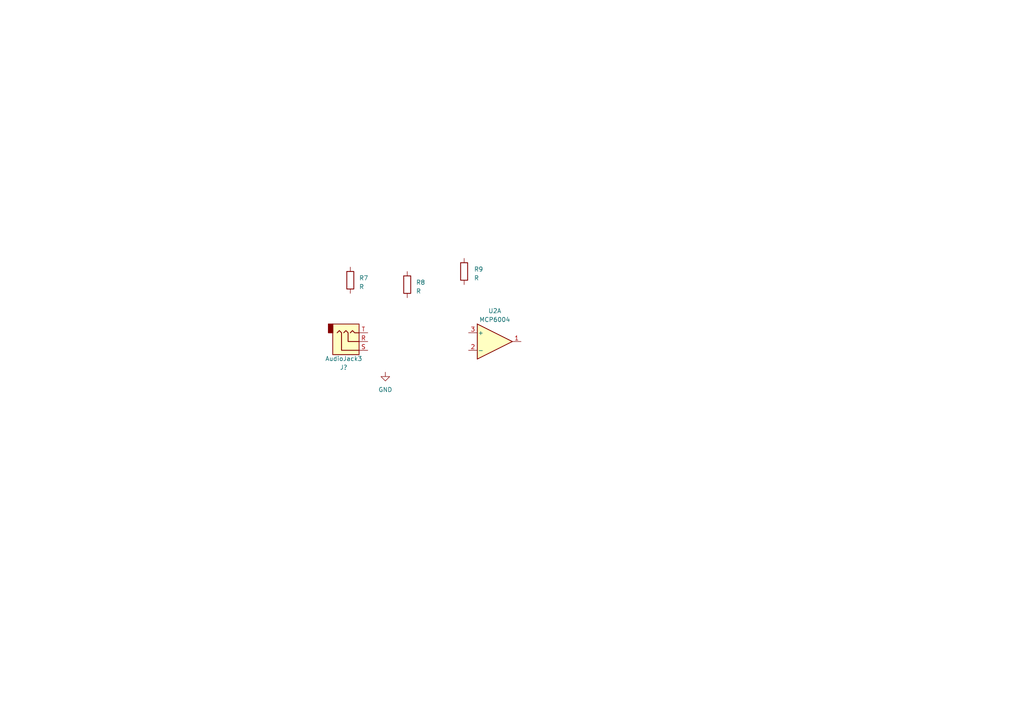
<source format=kicad_sch>
(kicad_sch (version 20230121) (generator eeschema)
  (paper "A4")
  (lib_symbols
    (symbol "Amplifier_Operational:MCP6004" (pin_names (offset 0.127))
      (property "Reference" "U" (at 0 5.08 0))
      (property "Value" "MCP6004" (at 0 -5.08 0))
      (symbol "MCP6004_1_1"
        (polyline (pts (xy -5.08 5.08) (xy 5.08 0) (xy -5.08 -5.08) (xy -5.08 5.08)) (stroke (width 0.254)) (fill (type background)))
        (pin output line (at 7.62 0 180) (length 2.54) (name "~") (number "1"))
        (pin input line (at -7.62 -2.54 0) (length 2.54) (name "-") (number "2"))
        (pin input line (at -7.62 2.54 0) (length 2.54) (name "+") (number "3"))
      )
      (symbol "MCP6004_2_1"
        (polyline (pts (xy -5.08 5.08) (xy 5.08 0) (xy -5.08 -5.08) (xy -5.08 5.08)) (stroke (width 0.254)) (fill (type background)))
        (pin input line (at -7.62 2.54 0) (length 2.54) (name "+") (number "5"))
        (pin input line (at -7.62 -2.54 0) (length 2.54) (name "-") (number "6"))
        (pin output line (at 7.62 0 180) (length 2.54) (name "~") (number "7"))
      )
      (symbol "MCP6004_3_1"
        (polyline (pts (xy -5.08 5.08) (xy 5.08 0) (xy -5.08 -5.08) (xy -5.08 5.08)) (stroke (width 0.254)) (fill (type background)))
        (pin input line (at -7.62 2.54 0) (length 2.54) (name "+") (number "10"))
        (pin output line (at 7.62 0 180) (length 2.54) (name "~") (number "8"))
        (pin input line (at -7.62 -2.54 0) (length 2.54) (name "-") (number "9"))
      )
      (symbol "MCP6004_4_1"
        (polyline (pts (xy -5.08 5.08) (xy 5.08 0) (xy -5.08 -5.08) (xy -5.08 5.08)) (stroke (width 0.254)) (fill (type background)))
        (pin input line (at -7.62 2.54 0) (length 2.54) (name "+") (number "12"))
        (pin input line (at -7.62 -2.54 0) (length 2.54) (name "-") (number "13"))
        (pin output line (at 7.62 0 180) (length 2.54) (name "~") (number "14"))
      )
      (symbol "MCP6004_5_1"
        (pin power_in line (at -2.54 -7.62 90) (length 3.81) (name "V-") (number "11"))
        (pin power_in line (at -2.54 7.62 270) (length 3.81) (name "V+") (number "4"))
      )
    )
    (symbol "Connector:AudioJack3"
      (property "Reference" "J" (at 0 8.89 0))
      (property "Value" "AudioJack3" (at 0 6.35 0))
      (symbol "AudioJack3_0_1"
        (rectangle (start -5.08 -5.08) (end -6.35 -2.54) (stroke (width 0.254)) (fill (type outline)))
        (polyline (pts (xy 0 -2.54) (xy 0.635 -3.175) (xy 1.27 -2.54) (xy 2.54 -2.54)) (stroke (width 0.254)))
        (polyline (pts (xy -1.905 -2.54) (xy -1.27 -3.175) (xy -0.635 -2.54) (xy -0.635 0) (xy 2.54 0)) (stroke (width 0.254)))
        (polyline (pts (xy 2.54 2.54) (xy -2.54 2.54) (xy -2.54 -2.54) (xy -3.175 -3.175) (xy -3.81 -2.54)) (stroke (width 0.254)))
        (rectangle (start 2.54 3.81) (end -5.08 -5.08) (stroke (width 0.254)) (fill (type background)))
      )
      (symbol "AudioJack3_1_1"
        (pin passive line (at 5.08 0 180) (length 2.54) (name "~") (number "R"))
        (pin passive line (at 5.08 2.54 180) (length 2.54) (name "~") (number "S"))
        (pin passive line (at 5.08 -2.54 180) (length 2.54) (name "~") (number "T"))
      )
    )
    (symbol "Device:R" (pin_numbers hide) (pin_names (offset 0))
      (property "Reference" "R" (at 2.032 0 90))
      (property "Value" "R" (at 0 0 90))
      (symbol "R_0_1"
        (rectangle (start -1.016 -2.54) (end 1.016 2.54) (stroke (width 0.254)))
      )
      (symbol "R_1_1"
        (pin passive line (at 0 3.81 270) (length 1.27) (name "~") (number "1"))
        (pin passive line (at 0 -3.81 90) (length 1.27) (name "~") (number "2"))
      )
    )
    (symbol "power:GND" (power) (pin_names (offset 0))
      (property "Value" "GND" (at 0 -3.81 0))
      (symbol "GND_0_1"
        (polyline (pts (xy 0 0) (xy 0 -1.27) (xy 1.27 -1.27) (xy 0 -2.54) (xy -1.27 -1.27) (xy 0 -1.27)))
      )
      (symbol "GND_1_1"
        (pin power_in line (at 0 0 270) (length 0) hide (name "GND") (number "1"))
      )
    )
  )
  (symbol (lib_id "Device:R") (at 118.11 82.55 0) (unit 1)
    (property "Reference" "R8" (at 120.65 81.915 0) (effects (justify left)))
    (property "Value" "R" (at 120.65 84.455 0) (effects (justify left)))
  )
  (symbol (lib_id "Device:R") (at 101.6 81.28 0) (unit 1)
    (property "Reference" "R7" (at 104.14 80.645 0) (effects (justify left)))
    (property "Value" "R" (at 104.14 83.185 0) (effects (justify left)))
  )
  (symbol (lib_id "Device:R") (at 134.62 78.74 0) (unit 1)
    (property "Reference" "R9" (at 137.4657 78.105 0) (effects (justify left)))
    (property "Value" "R" (at 137.4657 80.645 0) (effects (justify left)))
  )
  (symbol (lib_id "Amplifier_Operational:MCP6004") (at 143.51 99.06 0) (unit 1)
    (property "Reference" "U2" (at 143.51 90.17 0))
    (property "Value" "MCP6004" (at 143.51 92.71 0))
    (property "Datasheet" "http://ww1.microchip.com/downloads/en/DeviceDoc/21733j.pdf" (effects hide))
  )
  (symbol (lib_id "power:GND") (at 111.76 107.95 0) (unit 1)
    (property "Reference" "#PWR017" (effects hide))
    (property "Value" "GND" (at 111.76 113.03 0))
  )
  (symbol (lib_id "Connector:AudioJack3") (at 101.6 99.06 0) (mirror x) (unit 1)
    (property "Reference" "J?" (at 99.695 106.5698 0))
    (property "Value" "AudioJack3" (at 99.695 104.0329 0))
    (instances (project "dk2_00" (path "" (reference "J?") (unit 1)) (path "" (reference "J1") (unit 1))))
  )
)
</source>
